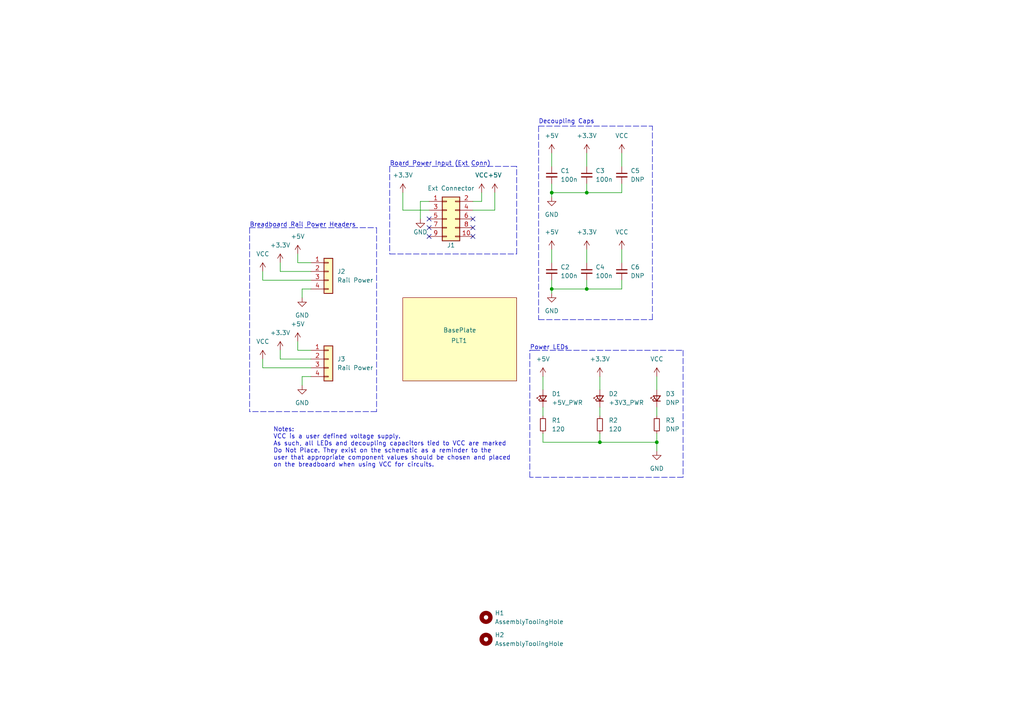
<source format=kicad_sch>
(kicad_sch (version 20211123) (generator eeschema)
  (paper "A4")
  (title_block (title "LoafPlate") (date "2022-12-20") (rev "0.1") (company "Microcode.io"))
  (lib_symbols
    (symbol "BasePlate:BasePlate"
      (property "Reference" "PLT" (at 0 0 0))
      (property "Value" "BasePlate" (at 0 13.97 0))
      (symbol "BasePlate_0_1"
        (rectangle (start -16.51 12.7) (end 16.51 -11.43) (fill (type background)))
      )
    )
    (symbol "Connector_Generic:Conn_01x04" (pin_names (offset 1.016) hide)
      (property "Reference" "J" (at 0 5.08 0))
      (property "Value" "Conn_01x04" (at 0 -7.62 0))
      (symbol "Conn_01x04_1_1"
        (rectangle (start -1.27 -4.953) (end 0 -5.207) (stroke (width 0.1524)))
        (rectangle (start -1.27 -2.413) (end 0 -2.667) (stroke (width 0.1524)))
        (rectangle (start -1.27 0.127) (end 0 -0.127) (stroke (width 0.1524)))
        (rectangle (start -1.27 2.667) (end 0 2.413) (stroke (width 0.1524)))
        (rectangle (start -1.27 3.81) (end 1.27 -6.35) (stroke (width 0.254)) (fill (type background)))
        (pin passive line (at -5.08 2.54 0) (length 3.81) (name "Pin_1") (number "1"))
        (pin passive line (at -5.08 0 0) (length 3.81) (name "Pin_2") (number "2"))
        (pin passive line (at -5.08 -2.54 0) (length 3.81) (name "Pin_3") (number "3"))
        (pin passive line (at -5.08 -5.08 0) (length 3.81) (name "Pin_4") (number "4"))
      )
    )
    (symbol "Connector_Generic:Conn_02x05_Odd_Even" (pin_names (offset 1.016) hide)
      (property "Reference" "J" (at 1.27 7.62 0))
      (property "Value" "Conn_02x05_Odd_Even" (at 1.27 -7.62 0))
      (symbol "Conn_02x05_Odd_Even_1_1"
        (rectangle (start -1.27 -4.953) (end 0 -5.207) (stroke (width 0.1524)))
        (rectangle (start -1.27 -2.413) (end 0 -2.667) (stroke (width 0.1524)))
        (rectangle (start -1.27 0.127) (end 0 -0.127) (stroke (width 0.1524)))
        (rectangle (start -1.27 2.667) (end 0 2.413) (stroke (width 0.1524)))
        (rectangle (start -1.27 5.207) (end 0 4.953) (stroke (width 0.1524)))
        (rectangle (start -1.27 6.35) (end 3.81 -6.35) (stroke (width 0.254)) (fill (type background)))
        (rectangle (start 3.81 -4.953) (end 2.54 -5.207) (stroke (width 0.1524)))
        (rectangle (start 3.81 -2.413) (end 2.54 -2.667) (stroke (width 0.1524)))
        (rectangle (start 3.81 0.127) (end 2.54 -0.127) (stroke (width 0.1524)))
        (rectangle (start 3.81 2.667) (end 2.54 2.413) (stroke (width 0.1524)))
        (rectangle (start 3.81 5.207) (end 2.54 4.953) (stroke (width 0.1524)))
        (pin passive line (at -5.08 5.08 0) (length 3.81) (name "Pin_1") (number "1"))
        (pin passive line (at 7.62 -5.08 180) (length 3.81) (name "Pin_10") (number "10"))
        (pin passive line (at 7.62 5.08 180) (length 3.81) (name "Pin_2") (number "2"))
        (pin passive line (at -5.08 2.54 0) (length 3.81) (name "Pin_3") (number "3"))
        (pin passive line (at 7.62 2.54 180) (length 3.81) (name "Pin_4") (number "4"))
        (pin passive line (at -5.08 0 0) (length 3.81) (name "Pin_5") (number "5"))
        (pin passive line (at 7.62 0 180) (length 3.81) (name "Pin_6") (number "6"))
        (pin passive line (at -5.08 -2.54 0) (length 3.81) (name "Pin_7") (number "7"))
        (pin passive line (at 7.62 -2.54 180) (length 3.81) (name "Pin_8") (number "8"))
        (pin passive line (at -5.08 -5.08 0) (length 3.81) (name "Pin_9") (number "9"))
      )
    )
    (symbol "Device:C_Small" (pin_numbers hide) (pin_names (offset 0.254) hide)
      (property "Reference" "C" (at 0.254 1.778 0))
      (property "Value" "C_Small" (at 0.254 -2.032 0))
      (symbol "C_Small_0_1"
        (polyline (pts (xy -1.524 -0.508) (xy 1.524 -0.508)) (stroke (width 0.3302)))
        (polyline (pts (xy -1.524 0.508) (xy 1.524 0.508)) (stroke (width 0.3048)))
      )
      (symbol "C_Small_1_1"
        (pin passive line (at 0 2.54 270) (length 2.032) (name "~") (number "1"))
        (pin passive line (at 0 -2.54 90) (length 2.032) (name "~") (number "2"))
      )
    )
    (symbol "Device:LED_Small" (pin_numbers hide) (pin_names (offset 0.254) hide)
      (property "Reference" "D" (at -1.27 3.175 0))
      (property "Value" "LED_Small" (at -4.445 -2.54 0))
      (symbol "LED_Small_0_1"
        (polyline (pts (xy -0.762 -1.016) (xy -0.762 1.016)) (stroke (width 0.254)))
        (polyline (pts (xy 1.016 0) (xy -0.762 0)))
        (polyline (pts (xy 0.762 -1.016) (xy -0.762 0) (xy 0.762 1.016) (xy 0.762 -1.016)) (stroke (width 0.254)))
        (polyline (pts (xy 0 0.762) (xy -0.508 1.27) (xy -0.254 1.27) (xy -0.508 1.27) (xy -0.508 1.016)))
        (polyline (pts (xy 0.508 1.27) (xy 0 1.778) (xy 0.254 1.778) (xy 0 1.778) (xy 0 1.524)))
      )
      (symbol "LED_Small_1_1"
        (pin passive line (at -2.54 0 0) (length 1.778) (name "K") (number "1"))
        (pin passive line (at 2.54 0 180) (length 1.778) (name "A") (number "2"))
      )
    )
    (symbol "Device:R_Small" (pin_numbers hide) (pin_names (offset 0.254) hide)
      (property "Reference" "R" (at 0.762 0.508 0))
      (property "Value" "R_Small" (at 0.762 -1.016 0))
      (symbol "R_Small_0_1"
        (rectangle (start -0.762 1.778) (end 0.762 -1.778) (stroke (width 0.2032)))
      )
      (symbol "R_Small_1_1"
        (pin passive line (at 0 2.54 270) (length 0.762) (name "~") (number "1"))
        (pin passive line (at 0 -2.54 90) (length 0.762) (name "~") (number "2"))
      )
    )
    (symbol "Mechanical:MountingHole" (pin_names (offset 1.016))
      (property "Reference" "H" (at 0 5.08 0))
      (property "Value" "MountingHole" (at 0 3.175 0))
      (symbol "MountingHole_0_1"
        (circle (center 0 0) (radius 1.27) (stroke (width 1.27)))
      )
    )
    (symbol "power:+3.3V" (power) (pin_names (offset 0))
      (property "Value" "+3.3V" (at 0 3.556 0))
      (symbol "+3.3V_0_1"
        (polyline (pts (xy -0.762 1.27) (xy 0 2.54)))
        (polyline (pts (xy 0 0) (xy 0 2.54)))
        (polyline (pts (xy 0 2.54) (xy 0.762 1.27)))
      )
      (symbol "+3.3V_1_1"
        (pin power_in line (at 0 0 90) (length 0) hide (name "+3.3V") (number "1"))
      )
    )
    (symbol "power:+5V" (power) (pin_names (offset 0))
      (property "Value" "+5V" (at 0 3.556 0))
      (symbol "+5V_0_1"
        (polyline (pts (xy -0.762 1.27) (xy 0 2.54)))
        (polyline (pts (xy 0 0) (xy 0 2.54)))
        (polyline (pts (xy 0 2.54) (xy 0.762 1.27)))
      )
      (symbol "+5V_1_1"
        (pin power_in line (at 0 0 90) (length 0) hide (name "+5V") (number "1"))
      )
    )
    (symbol "power:GND" (power) (pin_names (offset 0))
      (property "Value" "GND" (at 0 -3.81 0))
      (symbol "GND_0_1"
        (polyline (pts (xy 0 0) (xy 0 -1.27) (xy 1.27 -1.27) (xy 0 -2.54) (xy -1.27 -1.27) (xy 0 -1.27)))
      )
      (symbol "GND_1_1"
        (pin power_in line (at 0 0 270) (length 0) hide (name "GND") (number "1"))
      )
    )
    (symbol "power:VCC" (power) (pin_names (offset 0))
      (property "Value" "VCC" (at 0 3.81 0))
      (symbol "VCC_0_1"
        (polyline (pts (xy -0.762 1.27) (xy 0 2.54)))
        (polyline (pts (xy 0 0) (xy 0 2.54)))
        (polyline (pts (xy 0 2.54) (xy 0.762 1.27)))
      )
      (symbol "VCC_1_1"
        (pin power_in line (at 0 0 90) (length 0) hide (name "VCC") (number "1"))
      )
    )
  )
  (junction (at 170.18 55.88))
  (junction (at 173.99 128.27))
  (junction (at 160.02 55.88))
  (junction (at 160.02 83.82))
  (junction (at 170.18 83.82))
  (junction (at 190.5 128.27))
  (no_connect (at 137.16 63.5))
  (no_connect (at 137.16 66.04))
  (no_connect (at 124.46 68.58))
  (no_connect (at 124.46 66.04))
  (no_connect (at 124.46 63.5))
  (no_connect (at 137.16 68.58))
  (wire (pts (xy 170.18 53.34) (xy 170.18 55.88)))
  (wire (pts (xy 116.84 55.88) (xy 116.84 60.96)))
  (polyline (pts (xy 149.86 73.66) (xy 149.86 48.26)))
  (wire (pts (xy 160.02 83.82) (xy 170.18 83.82)))
  (wire (pts (xy 190.5 128.27) (xy 190.5 130.81)))
  (wire (pts (xy 157.48 125.73) (xy 157.48 128.27)))
  (wire (pts (xy 157.48 118.11) (xy 157.48 120.65)))
  (polyline (pts (xy 156.21 92.71) (xy 189.23 92.71)))
  (wire (pts (xy 173.99 118.11) (xy 173.99 120.65)))
  (polyline (pts (xy 153.67 138.43) (xy 153.67 101.6)))
  (wire (pts (xy 190.5 118.11) (xy 190.5 120.65)))
  (wire (pts (xy 81.28 78.74) (xy 81.28 76.2)))
  (wire (pts (xy 170.18 81.28) (xy 170.18 83.82)))
  (polyline (pts (xy 154.94 101.6) (xy 198.12 101.6)))
  (wire (pts (xy 160.02 55.88) (xy 160.02 57.15)))
  (wire (pts (xy 86.36 76.2) (xy 90.17 76.2)))
  (wire (pts (xy 160.02 81.28) (xy 160.02 83.82)))
  (wire (pts (xy 90.17 78.74) (xy 81.28 78.74)))
  (polyline (pts (xy 156.21 36.576) (xy 156.21 92.71)))
  (wire (pts (xy 76.2 78.74) (xy 76.2 81.28)))
  (wire (pts (xy 76.2 106.68) (xy 90.17 106.68)))
  (wire (pts (xy 160.02 72.39) (xy 160.02 76.2)))
  (polyline (pts (xy 198.12 101.6) (xy 198.12 138.43)))
  (wire (pts (xy 90.17 83.82) (xy 87.63 83.82)))
  (wire (pts (xy 170.18 55.88) (xy 180.34 55.88)))
  (wire (pts (xy 157.48 109.22) (xy 157.48 113.03)))
  (wire (pts (xy 180.34 81.28) (xy 180.34 83.82)))
  (wire (pts (xy 86.36 101.6) (xy 90.17 101.6)))
  (polyline (pts (xy 156.21 36.576) (xy 189.23 36.576)))
  (wire (pts (xy 76.2 81.28) (xy 90.17 81.28)))
  (wire (pts (xy 90.17 109.22) (xy 87.63 109.22)))
  (wire (pts (xy 190.5 109.22) (xy 190.5 113.03)))
  (wire (pts (xy 76.2 104.14) (xy 76.2 106.68)))
  (wire (pts (xy 180.34 53.34) (xy 180.34 55.88)))
  (wire (pts (xy 86.36 73.66) (xy 86.36 76.2)))
  (wire (pts (xy 87.63 109.22) (xy 87.63 111.76)))
  (polyline (pts (xy 113.03 73.66) (xy 149.86 73.66)))
  (wire (pts (xy 160.02 44.45) (xy 160.02 48.26)))
  (polyline (pts (xy 198.12 138.43) (xy 153.67 138.43)))
  (wire (pts (xy 121.92 63.5) (xy 121.92 58.42)))
  (polyline (pts (xy 189.23 92.71) (xy 189.23 36.576)))
  (wire (pts (xy 121.92 58.42) (xy 124.46 58.42)))
  (polyline (pts (xy 72.39 66.04) (xy 72.39 119.38)))
  (polyline (pts (xy 149.86 48.26) (xy 113.03 48.26)))
  (wire (pts (xy 116.84 60.96) (xy 124.46 60.96)))
  (polyline (pts (xy 113.03 48.26) (xy 113.03 73.66)))
  (wire (pts (xy 170.18 44.45) (xy 170.18 48.26)))
  (wire (pts (xy 170.18 83.82) (xy 180.34 83.82)))
  (wire (pts (xy 90.17 104.14) (xy 81.28 104.14)))
  (polyline (pts (xy 109.22 66.04) (xy 109.22 119.38)))
  (polyline (pts (xy 109.22 119.38) (xy 72.39 119.38)))
  (polyline (pts (xy 153.67 101.6) (xy 154.94 101.6)))
  (wire (pts (xy 137.16 60.96) (xy 143.51 60.96)))
  (wire (pts (xy 160.02 55.88) (xy 170.18 55.88)))
  (wire (pts (xy 173.99 109.22) (xy 173.99 113.03)))
  (wire (pts (xy 160.02 83.82) (xy 160.02 85.09)))
  (wire (pts (xy 157.48 128.27) (xy 173.99 128.27)))
  (wire (pts (xy 180.34 72.39) (xy 180.34 76.2)))
  (wire (pts (xy 143.51 60.96) (xy 143.51 55.88)))
  (wire (pts (xy 190.5 128.27) (xy 173.99 128.27)))
  (wire (pts (xy 190.5 125.73) (xy 190.5 128.27)))
  (wire (pts (xy 180.34 44.45) (xy 180.34 48.26)))
  (wire (pts (xy 86.36 99.06) (xy 86.36 101.6)))
  (wire (pts (xy 81.28 104.14) (xy 81.28 101.6)))
  (wire (pts (xy 170.18 72.39) (xy 170.18 76.2)))
  (polyline (pts (xy 72.39 66.04) (xy 109.22 66.04)))
  (wire (pts (xy 160.02 53.34) (xy 160.02 55.88)))
  (wire (pts (xy 137.16 58.42) (xy 139.7 58.42)))
  (wire (pts (xy 139.7 58.42) (xy 139.7 55.88)))
  (wire (pts (xy 87.63 83.82) (xy 87.63 86.36)))
  (wire (pts (xy 173.99 125.73) (xy 173.99 128.27)))
  (text "Breadboard Rail Power Headers" (at 72.39 66.04 0) (effects (font (size 1.27 1.27)) (justify left bottom)))
  (text "Decoupling Caps" (at 156.21 36.068 0) (effects (font (size 1.27 1.27)) (justify left bottom)))
  (text "Board Power Input (Ext Conn)" (at 113.03 48.26 0) (effects (font (size 1.27 1.27)) (justify left bottom)))
  (text "Power LEDs" (at 153.67 101.6 0) (effects (font (size 1.27 1.27)) (justify left bottom)))
  (text "Notes:\nVCC is a user defined voltage supply. \nAs such, all LEDs and decoupling capacitors tied to VCC are marked\nDo Not Place. They exist on the schematic as a reminder to the \nuser that appropriate component values should be chosen and placed\non the breadboard when using VCC for circuits." (at 79.248 135.636 0) (effects (font (size 1.27 1.27)) (justify left bottom)))
  (symbol (lib_id "power:+5V") (at 160.02 72.39 0) (unit 1)
    (property "Reference" "#PWR03" (effects hide))
    (property "Value" "+5V" (at 160.02 67.31 0))
  )
  (symbol (lib_id "BasePlate:BasePlate") (at 133.35 99.06 0) (unit 1)
    (property "Reference" "PLT1" (at 130.81 98.806 0) (effects (justify left)))
    (property "Value" "BasePlate" (at 128.524 95.758 0) (effects (justify left)))
    (property "Footprint" "CustomFootprintLibrary:Breadboard_Busx02_Terminalx01_Tiesx830_WithMounts" (effects hide))
  )
  (symbol (lib_id "power:GND") (at 190.5 130.81 0) (unit 1)
    (property "Reference" "#PWR018" (effects hide))
    (property "Value" "GND" (at 190.5 135.89 0))
  )
  (symbol (lib_id "Device:LED_Small") (at 157.48 115.57 90) (unit 1)
    (property "Reference" "D1" (at 160.02 114.2364 90) (effects (justify right)))
    (property "Value" "+5V_PWR" (at 160.02 116.7764 90) (effects (justify right)))
    (property "Footprint" "LED_SMD:LED_1206_3216Metric" (effects hide))
  )
  (symbol (lib_id "power:+5V") (at 157.48 109.22 0) (unit 1)
    (property "Reference" "#PWR013" (effects hide))
    (property "Value" "+5V" (at 157.48 104.14 0))
  )
  (symbol (lib_id "power:+5V") (at 143.51 55.88 0) (unit 1)
    (property "Reference" "#PWR012" (effects hide))
    (property "Value" "+5V" (at 143.51 50.8 0))
  )
  (symbol (lib_id "Connector_Generic:Conn_02x05_Odd_Even") (at 129.54 63.5 0) (unit 1)
    (property "Reference" "J1" (at 130.81 71.12 0))
    (property "Value" "Ext Connector" (at 130.81 54.61 0))
    (property "Footprint" "Connector_IDC:IDC-Header_2x05_P2.54mm_Horizontal" (effects hide))
  )
  (symbol (lib_id "power:VCC") (at 190.5 109.22 0) (unit 1)
    (property "Reference" "#PWR017" (effects hide))
    (property "Value" "VCC" (at 190.5 104.14 0))
  )
  (symbol (lib_id "power:+5V") (at 86.36 73.66 0) (unit 1)
    (property "Reference" "#PWR021" (effects hide))
    (property "Value" "+5V" (at 86.36 68.58 0))
  )
  (symbol (lib_id "Device:R_Small") (at 173.99 123.19 0) (unit 1)
    (property "Reference" "R2" (at 176.53 121.9199 0) (effects (justify left)))
    (property "Value" "120" (at 176.53 124.4599 0) (effects (justify left)))
    (property "Footprint" "Resistor_SMD:R_1206_3216Metric" (effects hide))
  )
  (symbol (lib_id "power:+3.3V") (at 170.18 44.45 0) (unit 1)
    (property "Reference" "#PWR05" (effects hide))
    (property "Value" "+3.3V" (at 170.18 39.37 0))
  )
  (symbol (lib_id "power:VCC") (at 180.34 44.45 0) (unit 1)
    (property "Reference" "#PWR09" (effects hide))
    (property "Value" "VCC" (at 180.34 39.37 0))
  )
  (symbol (lib_id "Device:LED_Small") (at 190.5 115.57 90) (unit 1) (in_bom no) (on_board no)
    (property "Reference" "D3" (at 193.04 114.2364 90) (effects (justify right)))
    (property "Value" "DNP" (at 193.04 116.7764 90) (effects (justify right)))
    (property "Footprint" "LED_SMD:LED_1206_3216Metric" (effects hide))
  )
  (symbol (lib_id "Device:LED_Small") (at 173.99 115.57 90) (unit 1)
    (property "Reference" "D2" (at 176.53 114.2364 90) (effects (justify right)))
    (property "Value" "+3V3_PWR" (at 176.53 116.7764 90) (effects (justify right)))
    (property "Footprint" "LED_SMD:LED_1206_3216Metric" (effects hide))
  )
  (symbol (lib_id "power:+3.3V") (at 170.18 72.39 0) (unit 1)
    (property "Reference" "#PWR06" (effects hide))
    (property "Value" "+3.3V" (at 170.18 67.31 0))
  )
  (symbol (lib_id "power:VCC") (at 76.2 104.14 0) (unit 1)
    (property "Reference" "#PWR016" (effects hide))
    (property "Value" "VCC" (at 76.2 99.06 0))
  )
  (symbol (lib_id "power:GND") (at 121.92 63.5 0) (unit 1)
    (property "Reference" "#PWR08" (effects hide))
    (property "Value" "GND" (at 121.92 67.31 0))
  )
  (symbol (lib_id "power:VCC") (at 180.34 72.39 0) (unit 1)
    (property "Reference" "#PWR010" (effects hide))
    (property "Value" "VCC" (at 180.34 67.31 0))
  )
  (symbol (lib_id "power:VCC") (at 139.7 55.88 0) (unit 1)
    (property "Reference" "#PWR011" (effects hide))
    (property "Value" "VCC" (at 139.7 50.8 0))
  )
  (symbol (lib_id "Connector_Generic:Conn_01x04") (at 95.25 104.14 0) (unit 1)
    (property "Reference" "J3" (at 97.79 104.1399 0) (effects (justify left)))
    (property "Value" "Rail Power" (at 97.79 106.6799 0) (effects (justify left)))
    (property "Footprint" "Connector_PinSocket_2.54mm:PinSocket_1x04_P2.54mm_Vertical" (effects hide))
  )
  (symbol (lib_id "power:+3.3V") (at 173.99 109.22 0) (unit 1)
    (property "Reference" "#PWR014" (effects hide))
    (property "Value" "+3.3V" (at 173.99 104.14 0))
  )
  (symbol (lib_id "power:+5V") (at 160.02 44.45 0) (unit 1)
    (property "Reference" "#PWR01" (effects hide))
    (property "Value" "+5V" (at 160.02 39.37 0))
  )
  (symbol (lib_id "power:+3.3V") (at 81.28 76.2 0) (unit 1)
    (property "Reference" "#PWR019" (effects hide))
    (property "Value" "+3.3V" (at 81.28 71.12 0))
  )
  (symbol (lib_id "Mechanical:MountingHole") (at 140.97 179.07 0) (unit 1)
    (property "Reference" "H1" (at 143.51 177.7999 0) (effects (justify left)))
    (property "Value" "AssemblyToolingHole" (at 143.51 180.3399 0) (effects (justify left)))
    (property "Footprint" "ExtraParts:JLCPCB_ToolingHole" (effects hide))
    (property "Datasheet" "https://jlcpcb.com/help/article/47-How-to-add-tooling-holes-for-PCB-assembly-order" (effects hide))
  )
  (symbol (lib_id "Device:C_Small") (at 180.34 50.8 0) (unit 1) (in_bom no) (on_board no)
    (property "Reference" "C5" (at 182.88 49.53 0) (effects (justify left)))
    (property "Value" "DNP" (at 182.88 52.07 0) (effects (justify left)))
    (property "Footprint" "Capacitor_SMD:C_1206_3216Metric" (effects hide))
  )
  (symbol (lib_id "power:GND") (at 87.63 111.76 0) (unit 1)
    (property "Reference" "#PWR024" (effects hide))
    (property "Value" "GND" (at 87.63 116.84 0))
  )
  (symbol (lib_id "Mechanical:MountingHole") (at 140.97 185.42 0) (unit 1)
    (property "Reference" "H2" (at 143.51 184.1499 0) (effects (justify left)))
    (property "Value" "AssemblyToolingHole" (at 143.51 186.6899 0) (effects (justify left)))
    (property "Footprint" "ExtraParts:JLCPCB_ToolingHole" (effects hide))
    (property "Datasheet" "https://jlcpcb.com/help/article/47-How-to-add-tooling-holes-for-PCB-assembly-order" (effects hide))
  )
  (symbol (lib_id "Connector_Generic:Conn_01x04") (at 95.25 78.74 0) (unit 1)
    (property "Reference" "J2" (at 97.79 78.7399 0) (effects (justify left)))
    (property "Value" "Rail Power" (at 97.79 81.2799 0) (effects (justify left)))
    (property "Footprint" "Connector_PinSocket_2.54mm:PinSocket_1x04_P2.54mm_Vertical" (effects hide))
  )
  (symbol (lib_id "Device:C_Small") (at 180.34 78.74 0) (unit 1) (in_bom no) (on_board no)
    (property "Reference" "C6" (at 182.88 77.47 0) (effects (justify left)))
    (property "Value" "DNP" (at 182.88 80.01 0) (effects (justify left)))
    (property "Footprint" "Capacitor_SMD:C_1206_3216Metric" (effects hide))
  )
  (symbol (lib_id "power:GND") (at 160.02 85.09 0) (unit 1)
    (property "Reference" "#PWR04" (effects hide))
    (property "Value" "GND" (at 160.02 90.17 0))
  )
  (symbol (lib_id "power:GND") (at 87.63 86.36 0) (unit 1)
    (property "Reference" "#PWR023" (effects hide))
    (property "Value" "GND" (at 87.63 91.44 0))
  )
  (symbol (lib_id "Device:C_Small") (at 160.02 78.74 0) (unit 1)
    (property "Reference" "C2" (at 162.56 77.47 0) (effects (justify left)))
    (property "Value" "100n" (at 162.56 80.01 0) (effects (justify left)))
    (property "Footprint" "Capacitor_SMD:C_0603_1608Metric" (effects hide))
  )
  (symbol (lib_id "Device:R_Small") (at 157.48 123.19 0) (unit 1)
    (property "Reference" "R1" (at 160.02 121.9199 0) (effects (justify left)))
    (property "Value" "120" (at 160.02 124.4599 0) (effects (justify left)))
    (property "Footprint" "Resistor_SMD:R_1206_3216Metric" (effects hide))
  )
  (symbol (lib_id "power:+5V") (at 86.36 99.06 0) (unit 1)
    (property "Reference" "#PWR022" (effects hide))
    (property "Value" "+5V" (at 86.36 93.98 0))
  )
  (symbol (lib_id "Device:C_Small") (at 160.02 50.8 0) (unit 1)
    (property "Reference" "C1" (at 162.56 49.53 0) (effects (justify left)))
    (property "Value" "100n" (at 162.56 52.07 0) (effects (justify left)))
    (property "Footprint" "Capacitor_SMD:C_0603_1608Metric" (effects hide))
  )
  (symbol (lib_id "power:GND") (at 160.02 57.15 0) (unit 1)
    (property "Reference" "#PWR02" (effects hide))
    (property "Value" "GND" (at 160.02 62.23 0))
  )
  (symbol (lib_id "power:+3.3V") (at 116.84 55.88 0) (unit 1)
    (property "Reference" "#PWR07" (effects hide))
    (property "Value" "+3.3V" (at 116.84 50.8 0))
  )
  (symbol (lib_id "power:VCC") (at 76.2 78.74 0) (unit 1)
    (property "Reference" "#PWR015" (effects hide))
    (property "Value" "VCC" (at 76.2 73.66 0))
  )
  (symbol (lib_id "Device:R_Small") (at 190.5 123.19 0) (unit 1) (in_bom no) (on_board no)
    (property "Reference" "R3" (at 193.04 121.9199 0) (effects (justify left)))
    (property "Value" "DNP" (at 193.04 124.4599 0) (effects (justify left)))
  )
  (symbol (lib_id "power:+3.3V") (at 81.28 101.6 0) (unit 1)
    (property "Reference" "#PWR020" (effects hide))
    (property "Value" "+3.3V" (at 81.28 96.52 0))
  )
  (symbol (lib_id "Device:C_Small") (at 170.18 50.8 0) (unit 1)
    (property "Reference" "C3" (at 172.72 49.53 0) (effects (justify left)))
    (property "Value" "100n" (at 172.72 52.07 0) (effects (justify left)))
    (property "Footprint" "Capacitor_SMD:C_0603_1608Metric" (effects hide))
  )
  (symbol (lib_id "Device:C_Small") (at 170.18 78.74 0) (unit 1)
    (property "Reference" "C4" (at 172.72 77.47 0) (effects (justify left)))
    (property "Value" "100n" (at 172.72 80.01 0) (effects (justify left)))
    (property "Footprint" "Capacitor_SMD:C_0603_1608Metric" (effects hide))
  )
)
</source>
